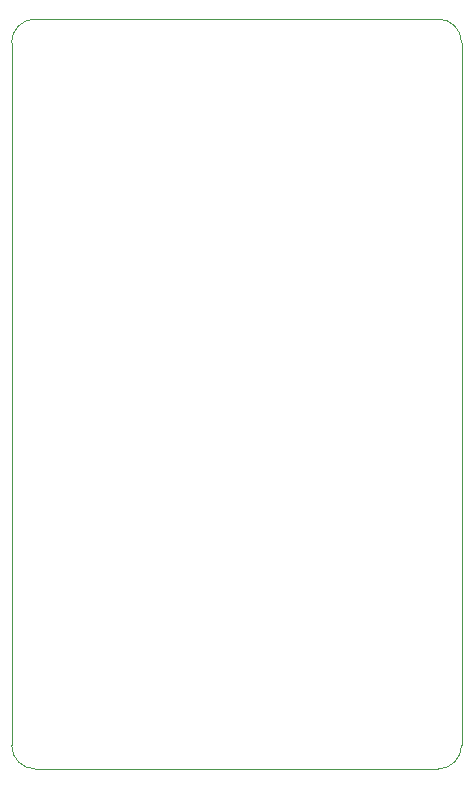
<source format=gbr>
%TF.GenerationSoftware,KiCad,Pcbnew,9.0.0*%
%TF.CreationDate,2025-05-01T21:38:04+02:00*%
%TF.ProjectId,tinyboard-blinkenlight,74696e79-626f-4617-9264-2d626c696e6b,rev?*%
%TF.SameCoordinates,Original*%
%TF.FileFunction,Profile,NP*%
%FSLAX46Y46*%
G04 Gerber Fmt 4.6, Leading zero omitted, Abs format (unit mm)*
G04 Created by KiCad (PCBNEW 9.0.0) date 2025-05-01 21:38:04*
%MOMM*%
%LPD*%
G01*
G04 APERTURE LIST*
%TA.AperFunction,Profile*%
%ADD10C,0.050000*%
%TD*%
G04 APERTURE END LIST*
D10*
X69310000Y-88900000D02*
G75*
G02*
X67310000Y-86900000I0J2000000D01*
G01*
X103410000Y-25400000D02*
G75*
G02*
X105410000Y-27400000I0J-2000000D01*
G01*
X67310000Y-27400000D02*
G75*
G02*
X69310000Y-25400000I2000000J0D01*
G01*
X105410000Y-86900000D02*
G75*
G02*
X103410000Y-88900000I-2000000J0D01*
G01*
X103410000Y-88900000D02*
X69310000Y-88900000D01*
X105410000Y-27400000D02*
X105410000Y-86900000D01*
X67310000Y-86900000D02*
X67310000Y-27400000D01*
X69310000Y-25400000D02*
X103410000Y-25400000D01*
M02*

</source>
